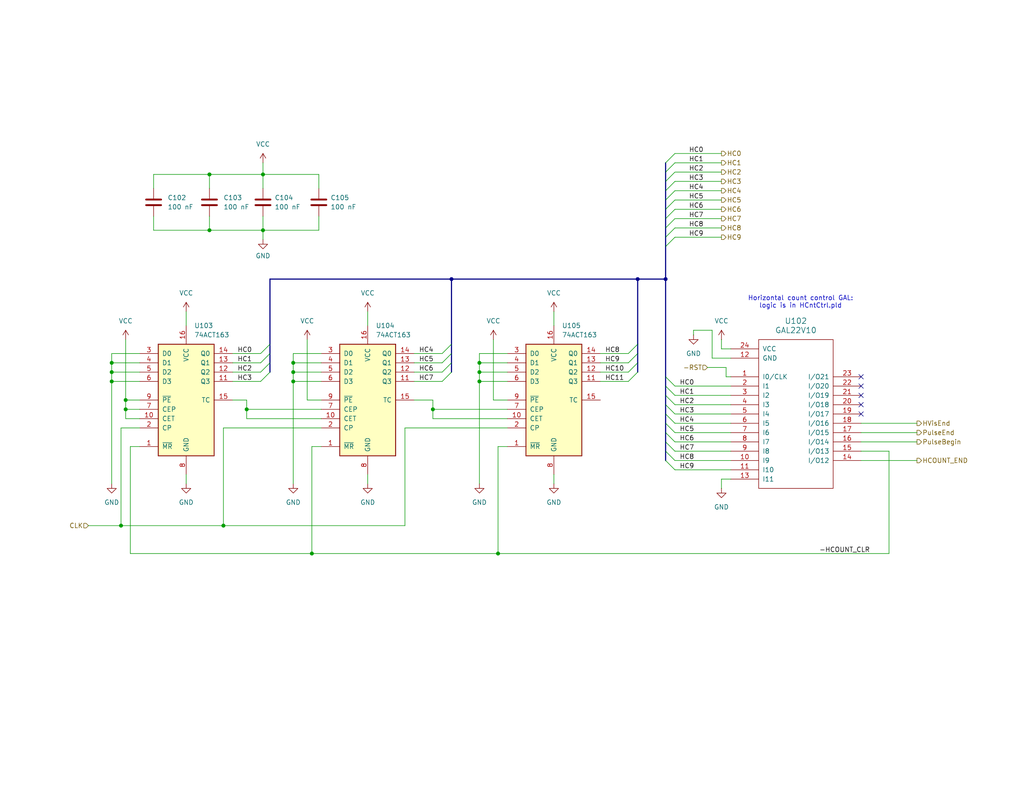
<source format=kicad_sch>
(kicad_sch (version 20231120) (generator "eeschema") (generator_version "8.0")
  (paper "USLetter")
  (title_block (title "Horizontal count") (company "daveho hacks"))
  (lib_symbols
    (symbol "74xx:74LS163" (pin_names (offset 1.016))
      (property "Reference" "U" (at -7.62 16.51 0))
      (property "Value" "74LS163" (at -7.62 -16.51 0))
      (symbol "74LS163_1_0"
        (pin input line (at -12.7 -12.7 0) (length 5.08) (name "~{MR}") (number "1"))
        (pin input line (at -12.7 -5.08 0) (length 5.08) (name "CET") (number "10"))
        (pin output line (at 12.7 5.08 180) (length 5.08) (name "Q3") (number "11"))
        (pin output line (at 12.7 7.62 180) (length 5.08) (name "Q2") (number "12"))
        (pin output line (at 12.7 10.16 180) (length 5.08) (name "Q1") (number "13"))
        (pin output line (at 12.7 12.7 180) (length 5.08) (name "Q0") (number "14"))
        (pin output line (at 12.7 0 180) (length 5.08) (name "TC") (number "15"))
        (pin power_in line (at 0 20.32 270) (length 5.08) (name "VCC") (number "16"))
        (pin input line (at -12.7 -7.62 0) (length 5.08) (name "CP") (number "2"))
        (pin input line (at -12.7 12.7 0) (length 5.08) (name "D0") (number "3"))
        (pin input line (at -12.7 10.16 0) (length 5.08) (name "D1") (number "4"))
        (pin input line (at -12.7 7.62 0) (length 5.08) (name "D2") (number "5"))
        (pin input line (at -12.7 5.08 0) (length 5.08) (name "D3") (number "6"))
        (pin input line (at -12.7 -2.54 0) (length 5.08) (name "CEP") (number "7"))
        (pin power_in line (at 0 -20.32 90) (length 5.08) (name "GND") (number "8"))
        (pin input line (at -12.7 0 0) (length 5.08) (name "~{PE}") (number "9"))
      )
      (symbol "74LS163_1_1"
        (rectangle (start -7.62 15.24) (end 7.62 -15.24) (stroke (width 0.254)) (fill (type background)))
      )
    )
    (symbol "Device:C" (pin_numbers hide) (pin_names (offset 0.254))
      (property "Reference" "C" (at 0.635 2.54 0))
      (property "Value" "C" (at 0.635 -2.54 0))
      (symbol "C_0_1"
        (polyline (pts (xy -2.032 -0.762) (xy 2.032 -0.762)) (stroke (width 0.508)))
        (polyline (pts (xy -2.032 0.762) (xy 2.032 0.762)) (stroke (width 0.508)))
      )
      (symbol "C_1_1"
        (pin passive line (at 0 3.81 270) (length 2.794) (name "~") (number "1"))
        (pin passive line (at 0 -3.81 90) (length 2.794) (name "~") (number "2"))
      )
    )
    (symbol "GND_1" (power) (pin_numbers hide) (pin_names (offset 0) hide)
      (property "Value" "GND" (at 0 -3.81 0))
      (symbol "GND_1_0_1"
        (polyline (pts (xy 0 0) (xy 0 -1.27) (xy 1.27 -1.27) (xy 0 -2.54) (xy -1.27 -1.27) (xy 0 -1.27)))
      )
      (symbol "GND_1_1_1"
        (pin power_in line (at 0 0 270) (length 0) (name "~") (number "1"))
      )
    )
    (symbol "GND_2" (power) (pin_numbers hide) (pin_names (offset 0) hide)
      (property "Value" "GND" (at 0 -3.81 0))
      (symbol "GND_2_0_1"
        (polyline (pts (xy 0 0) (xy 0 -1.27) (xy 1.27 -1.27) (xy 0 -2.54) (xy -1.27 -1.27) (xy 0 -1.27)))
      )
      (symbol "GND_2_1_1"
        (pin power_in line (at 0 0 270) (length 0) (name "~") (number "1"))
      )
    )
    (symbol "VCC_1" (power) (pin_numbers hide) (pin_names (offset 0) hide)
      (property "Value" "VCC" (at 0 3.556 0))
      (symbol "VCC_1_0_1"
        (polyline (pts (xy -0.762 1.27) (xy 0 2.54)))
        (polyline (pts (xy 0 0) (xy 0 2.54)))
        (polyline (pts (xy 0 2.54) (xy 0.762 1.27)))
      )
      (symbol "VCC_1_1_1"
        (pin power_in line (at 0 0 90) (length 0) (name "~") (number "1"))
      )
    )
    (symbol "power:GND" (power) (pin_names (offset 0))
      (property "Value" "GND" (at 0 -3.81 0))
      (symbol "GND_0_1"
        (polyline (pts (xy 0 0) (xy 0 -1.27) (xy 1.27 -1.27) (xy 0 -2.54) (xy -1.27 -1.27) (xy 0 -1.27)))
      )
      (symbol "GND_1_1"
        (pin power_in line (at 0 0 270) (length 0) hide (name "GND") (number "1"))
      )
    )
    (symbol "power:VCC" (power) (pin_names (offset 0))
      (property "Value" "VCC" (at 0 3.81 0))
      (symbol "VCC_0_1"
        (polyline (pts (xy -0.762 1.27) (xy 0 2.54)))
        (polyline (pts (xy 0 0) (xy 0 2.54)))
        (polyline (pts (xy 0 2.54) (xy 0.762 1.27)))
      )
      (symbol "VCC_1_1"
        (pin power_in line (at 0 0 90) (length 0) hide (name "VCC") (number "1"))
      )
    )
    (symbol "ya68k:GAL22V10" (pin_names (offset 1.016))
      (property "Reference" "U" (at -1.27 20.32 0))
      (property "Value" "GAL22V10" (at 0 -24.13 0))
      (symbol "GAL22V10_0_1"
        (rectangle (start -10.16 19.05) (end 10.16 -21.59))
      )
      (symbol "GAL22V10_1_1"
        (pin input line (at -17.78 8.89 0) (length 7.62) (name "I0/CLK") (number "1"))
        (pin input line (at -17.78 -13.97 0) (length 7.62) (name "I9") (number "10"))
        (pin input line (at -17.78 -16.51 0) (length 7.62) (name "I10") (number "11"))
        (pin power_in line (at -17.78 13.97 0) (length 7.62) (name "GND") (number "12"))
        (pin input line (at -17.78 -19.05 0) (length 7.62) (name "I11") (number "13"))
        (pin bidirectional line (at 17.78 -13.97 180) (length 7.62) (name "I/O12") (number "14"))
        (pin bidirectional line (at 17.78 -11.43 180) (length 7.62) (name "I/O13") (number "15"))
        (pin bidirectional line (at 17.78 -8.89 180) (length 7.62) (name "I/O14") (number "16"))
        (pin bidirectional line (at 17.78 -6.35 180) (length 7.62) (name "I/O15") (number "17"))
        (pin bidirectional line (at 17.78 -3.81 180) (length 7.62) (name "I/O16") (number "18"))
        (pin bidirectional line (at 17.78 -1.27 180) (length 7.62) (name "I/O17") (number "19"))
        (pin input line (at -17.78 6.35 0) (length 7.62) (name "I1") (number "2"))
        (pin bidirectional line (at 17.78 1.27 180) (length 7.62) (name "I/O18") (number "20"))
        (pin bidirectional line (at 17.78 3.81 180) (length 7.62) (name "I/O19") (number "21"))
        (pin bidirectional line (at 17.78 6.35 180) (length 7.62) (name "I/O20") (number "22"))
        (pin bidirectional line (at 17.78 8.89 180) (length 7.62) (name "I/O21") (number "23"))
        (pin power_in line (at -17.78 16.51 0) (length 7.62) (name "VCC") (number "24"))
        (pin input line (at -17.78 3.81 0) (length 7.62) (name "I2") (number "3"))
        (pin input line (at -17.78 1.27 0) (length 7.62) (name "I3") (number "4"))
        (pin input line (at -17.78 -1.27 0) (length 7.62) (name "I4") (number "5"))
        (pin input line (at -17.78 -3.81 0) (length 7.62) (name "I5") (number "6"))
        (pin input line (at -17.78 -6.35 0) (length 7.62) (name "I6") (number "7"))
        (pin input line (at -17.78 -8.89 0) (length 7.62) (name "I7") (number "8"))
        (pin input line (at -17.78 -11.43 0) (length 7.62) (name "I8") (number "9"))
      )
    )
  )
  (junction (at 130.81 101.6))
  (junction (at 33.02 143.51))
  (junction (at 173.99 76.2))
  (junction (at 135.89 151.13))
  (junction (at 118.11 111.76))
  (junction (at 34.29 109.22))
  (junction (at 71.755 47.625))
  (junction (at 60.96 143.51))
  (junction (at 80.01 99.06))
  (junction (at 80.01 104.14))
  (junction (at 130.81 104.14))
  (junction (at 130.81 99.06))
  (junction (at 30.48 104.14))
  (junction (at 67.31 111.76))
  (junction (at 80.01 101.6))
  (junction (at 34.29 111.76))
  (junction (at 30.48 101.6))
  (junction (at 30.48 99.06))
  (junction (at 57.15 62.865))
  (junction (at 85.09 151.13))
  (junction (at 57.15 47.625))
  (junction (at 181.61 76.2))
  (junction (at 123.19 76.2))
  (junction (at 71.755 62.865))
  (no_connect (at 234.95 110.49))
  (no_connect (at 234.95 105.41))
  (no_connect (at 234.95 102.87))
  (no_connect (at 234.95 107.95))
  (no_connect (at 234.95 113.03))
  (bus_entry (at 181.61 44.45) (size 2.54 -2.54))
  (bus_entry (at 181.61 64.77) (size 2.54 -2.54))
  (bus_entry (at 171.45 104.14) (size 2.54 -2.54))
  (bus_entry (at 181.61 62.23) (size 2.54 -2.54))
  (bus_entry (at 181.61 52.07) (size 2.54 -2.54))
  (bus_entry (at 181.61 125.73) (size 2.54 2.54))
  (bus_entry (at 171.45 96.52) (size 2.54 -2.54))
  (bus_entry (at 181.61 120.65) (size 2.54 2.54))
  (bus_entry (at 181.61 57.15) (size 2.54 -2.54))
  (bus_entry (at 71.12 96.52) (size 2.54 -2.54))
  (bus_entry (at 171.45 101.6) (size 2.54 -2.54))
  (bus_entry (at 71.12 99.06) (size 2.54 -2.54))
  (bus_entry (at 120.65 101.6) (size 2.54 -2.54))
  (bus_entry (at 181.61 118.11) (size 2.54 2.54))
  (bus_entry (at 181.61 115.57) (size 2.54 2.54))
  (bus_entry (at 181.61 123.19) (size 2.54 2.54))
  (bus_entry (at 181.61 105.41) (size 2.54 2.54))
  (bus_entry (at 181.61 113.03) (size 2.54 2.54))
  (bus_entry (at 71.12 101.6) (size 2.54 -2.54))
  (bus_entry (at 181.61 49.53) (size 2.54 -2.54))
  (bus_entry (at 71.12 104.14) (size 2.54 -2.54))
  (bus_entry (at 120.65 96.52) (size 2.54 -2.54))
  (bus_entry (at 181.61 110.49) (size 2.54 2.54))
  (bus_entry (at 181.61 107.95) (size 2.54 2.54))
  (bus_entry (at 181.61 59.69) (size 2.54 -2.54))
  (bus_entry (at 120.65 99.06) (size 2.54 -2.54))
  (bus_entry (at 181.61 46.99) (size 2.54 -2.54))
  (bus_entry (at 120.65 104.14) (size 2.54 -2.54))
  (bus_entry (at 181.61 54.61) (size 2.54 -2.54))
  (bus_entry (at 171.45 99.06) (size 2.54 -2.54))
  (bus_entry (at 184.15 105.41) (size -2.54 -2.54))
  (bus_entry (at 181.61 67.31) (size 2.54 -2.54))
  (wire (pts (xy 138.43 96.52) (xy 130.81 96.52)))
  (wire (pts (xy 151.13 129.54) (xy 151.13 132.08)))
  (wire (pts (xy 110.49 116.84) (xy 110.49 143.51)))
  (wire (pts (xy 30.48 96.52) (xy 30.48 99.06)))
  (bus (pts (xy 181.61 115.57) (xy 181.61 118.11)))
  (bus (pts (xy 73.66 93.98) (xy 73.66 76.2)))
  (bus (pts (xy 181.61 105.41) (xy 181.61 107.95)))
  (bus (pts (xy 123.19 99.06) (xy 123.19 101.6)))
  (wire (pts (xy 86.995 47.625) (xy 71.755 47.625)))
  (bus (pts (xy 181.61 52.07) (xy 181.61 54.61)))
  (wire (pts (xy 38.1 114.3) (xy 34.29 114.3)))
  (wire (pts (xy 85.09 151.13) (xy 85.09 121.92)))
  (wire (pts (xy 184.15 49.53) (xy 196.85 49.53)))
  (wire (pts (xy 57.15 47.625) (xy 71.755 47.625)))
  (wire (pts (xy 184.15 59.69) (xy 196.85 59.69)))
  (wire (pts (xy 198.12 102.87) (xy 199.39 102.87)))
  (wire (pts (xy 163.83 104.14) (xy 171.45 104.14)))
  (wire (pts (xy 234.95 115.57) (xy 250.19 115.57)))
  (wire (pts (xy 130.81 99.06) (xy 138.43 99.06)))
  (bus (pts (xy 73.66 76.2) (xy 123.19 76.2)))
  (wire (pts (xy 41.91 51.435) (xy 41.91 47.625)))
  (wire (pts (xy 184.15 125.73) (xy 199.39 125.73)))
  (wire (pts (xy 60.96 143.51) (xy 33.02 143.51)))
  (wire (pts (xy 118.11 109.22) (xy 118.11 111.76)))
  (wire (pts (xy 130.81 104.14) (xy 138.43 104.14)))
  (wire (pts (xy 184.15 52.07) (xy 196.85 52.07)))
  (wire (pts (xy 57.15 47.625) (xy 57.15 51.435)))
  (bus (pts (xy 73.66 96.52) (xy 73.66 93.98)))
  (wire (pts (xy 184.15 46.99) (xy 196.85 46.99)))
  (wire (pts (xy 135.89 151.13) (xy 135.89 121.92)))
  (bus (pts (xy 181.61 46.99) (xy 181.61 49.53)))
  (wire (pts (xy 184.15 120.65) (xy 199.39 120.65)))
  (bus (pts (xy 181.61 59.69) (xy 181.61 62.23)))
  (bus (pts (xy 181.61 64.77) (xy 181.61 67.31)))
  (wire (pts (xy 163.83 99.06) (xy 171.45 99.06)))
  (wire (pts (xy 194.31 97.79) (xy 194.31 90.17)))
  (bus (pts (xy 173.99 96.52) (xy 173.99 99.06)))
  (wire (pts (xy 184.15 113.03) (xy 199.39 113.03)))
  (wire (pts (xy 242.57 151.13) (xy 135.89 151.13)))
  (wire (pts (xy 71.755 59.055) (xy 71.755 62.865)))
  (wire (pts (xy 34.29 92.71) (xy 34.29 109.22)))
  (wire (pts (xy 85.09 151.13) (xy 135.89 151.13)))
  (wire (pts (xy 113.03 96.52) (xy 120.65 96.52)))
  (wire (pts (xy 38.1 111.76) (xy 34.29 111.76)))
  (wire (pts (xy 86.995 59.055) (xy 86.995 62.865)))
  (bus (pts (xy 173.99 99.06) (xy 173.99 101.6)))
  (wire (pts (xy 83.82 92.71) (xy 83.82 109.22)))
  (bus (pts (xy 181.61 57.15) (xy 181.61 59.69)))
  (wire (pts (xy 80.01 101.6) (xy 87.63 101.6)))
  (bus (pts (xy 181.61 107.95) (xy 181.61 110.49)))
  (wire (pts (xy 135.89 121.92) (xy 138.43 121.92)))
  (bus (pts (xy 181.61 44.45) (xy 181.61 46.99)))
  (wire (pts (xy 184.15 107.95) (xy 199.39 107.95)))
  (wire (pts (xy 50.8 129.54) (xy 50.8 132.08)))
  (bus (pts (xy 123.19 93.98) (xy 123.19 96.52)))
  (wire (pts (xy 113.03 101.6) (xy 120.65 101.6)))
  (wire (pts (xy 71.755 62.865) (xy 71.755 65.405)))
  (bus (pts (xy 181.61 62.23) (xy 181.61 64.77)))
  (wire (pts (xy 35.56 151.13) (xy 35.56 121.92)))
  (wire (pts (xy 130.81 101.6) (xy 130.81 104.14)))
  (wire (pts (xy 134.62 92.71) (xy 134.62 109.22)))
  (wire (pts (xy 57.15 62.865) (xy 71.755 62.865)))
  (bus (pts (xy 181.61 102.87) (xy 181.61 105.41)))
  (wire (pts (xy 57.15 59.055) (xy 57.15 62.865)))
  (wire (pts (xy 100.33 129.54) (xy 100.33 132.08)))
  (wire (pts (xy 60.96 116.84) (xy 60.96 143.51)))
  (wire (pts (xy 118.11 111.76) (xy 138.43 111.76)))
  (wire (pts (xy 87.63 96.52) (xy 80.01 96.52)))
  (wire (pts (xy 41.91 59.055) (xy 41.91 62.865)))
  (wire (pts (xy 41.91 47.625) (xy 57.15 47.625)))
  (wire (pts (xy 35.56 121.92) (xy 38.1 121.92)))
  (wire (pts (xy 234.95 118.11) (xy 250.19 118.11)))
  (wire (pts (xy 100.33 85.09) (xy 100.33 88.9)))
  (wire (pts (xy 34.29 114.3) (xy 34.29 111.76)))
  (bus (pts (xy 181.61 120.65) (xy 181.61 123.19)))
  (bus (pts (xy 181.61 54.61) (xy 181.61 57.15)))
  (wire (pts (xy 113.03 104.14) (xy 120.65 104.14)))
  (wire (pts (xy 184.15 123.19) (xy 199.39 123.19)))
  (wire (pts (xy 30.48 101.6) (xy 30.48 104.14)))
  (wire (pts (xy 67.31 114.3) (xy 67.31 111.76)))
  (wire (pts (xy 138.43 114.3) (xy 118.11 114.3)))
  (wire (pts (xy 130.81 99.06) (xy 130.81 101.6)))
  (wire (pts (xy 184.15 44.45) (xy 196.85 44.45)))
  (bus (pts (xy 123.19 76.2) (xy 173.99 76.2)))
  (wire (pts (xy 33.02 116.84) (xy 38.1 116.84)))
  (wire (pts (xy 130.81 101.6) (xy 138.43 101.6)))
  (wire (pts (xy 184.15 41.91) (xy 196.85 41.91)))
  (bus (pts (xy 181.61 67.31) (xy 181.61 76.2)))
  (wire (pts (xy 71.755 44.45) (xy 71.755 47.625)))
  (bus (pts (xy 181.61 110.49) (xy 181.61 113.03)))
  (wire (pts (xy 196.85 92.71) (xy 196.85 95.25)))
  (wire (pts (xy 87.63 114.3) (xy 67.31 114.3)))
  (wire (pts (xy 193.04 100.33) (xy 198.12 100.33)))
  (wire (pts (xy 63.5 99.06) (xy 71.12 99.06)))
  (wire (pts (xy 189.23 90.17) (xy 189.23 91.44)))
  (wire (pts (xy 194.31 97.79) (xy 199.39 97.79)))
  (wire (pts (xy 242.57 123.19) (xy 242.57 151.13)))
  (wire (pts (xy 50.8 85.09) (xy 50.8 88.9)))
  (bus (pts (xy 173.99 76.2) (xy 181.61 76.2)))
  (wire (pts (xy 87.63 109.22) (xy 83.82 109.22)))
  (wire (pts (xy 34.29 111.76) (xy 34.29 109.22)))
  (wire (pts (xy 234.95 125.73) (xy 250.19 125.73)))
  (wire (pts (xy 80.01 96.52) (xy 80.01 99.06)))
  (wire (pts (xy 67.31 111.76) (xy 87.63 111.76)))
  (wire (pts (xy 184.15 118.11) (xy 199.39 118.11)))
  (wire (pts (xy 118.11 114.3) (xy 118.11 111.76)))
  (wire (pts (xy 199.39 95.25) (xy 196.85 95.25)))
  (wire (pts (xy 184.15 62.23) (xy 196.85 62.23)))
  (wire (pts (xy 196.85 130.81) (xy 196.85 133.35)))
  (bus (pts (xy 123.19 96.52) (xy 123.19 99.06)))
  (wire (pts (xy 163.83 96.52) (xy 171.45 96.52)))
  (wire (pts (xy 35.56 151.13) (xy 85.09 151.13)))
  (wire (pts (xy 234.95 123.19) (xy 242.57 123.19)))
  (wire (pts (xy 130.81 104.14) (xy 130.81 132.08)))
  (wire (pts (xy 110.49 143.51) (xy 60.96 143.51)))
  (wire (pts (xy 113.03 99.06) (xy 120.65 99.06)))
  (wire (pts (xy 67.31 109.22) (xy 67.31 111.76)))
  (wire (pts (xy 38.1 109.22) (xy 34.29 109.22)))
  (wire (pts (xy 199.39 130.81) (xy 196.85 130.81)))
  (wire (pts (xy 30.48 99.06) (xy 38.1 99.06)))
  (bus (pts (xy 173.99 76.2) (xy 173.99 93.98)))
  (bus (pts (xy 173.99 93.98) (xy 173.99 96.52)))
  (wire (pts (xy 30.48 104.14) (xy 38.1 104.14)))
  (wire (pts (xy 151.13 85.09) (xy 151.13 88.9)))
  (wire (pts (xy 138.43 116.84) (xy 110.49 116.84)))
  (wire (pts (xy 63.5 96.52) (xy 71.12 96.52)))
  (wire (pts (xy 86.995 51.435) (xy 86.995 47.625)))
  (wire (pts (xy 41.91 62.865) (xy 57.15 62.865)))
  (wire (pts (xy 184.15 64.77) (xy 196.85 64.77)))
  (wire (pts (xy 87.63 116.84) (xy 60.96 116.84)))
  (bus (pts (xy 123.19 76.2) (xy 123.19 93.98)))
  (wire (pts (xy 198.12 100.33) (xy 198.12 102.87)))
  (wire (pts (xy 63.5 101.6) (xy 71.12 101.6)))
  (wire (pts (xy 184.15 115.57) (xy 199.39 115.57)))
  (wire (pts (xy 63.5 104.14) (xy 71.12 104.14)))
  (wire (pts (xy 184.15 54.61) (xy 196.85 54.61)))
  (wire (pts (xy 38.1 96.52) (xy 30.48 96.52)))
  (wire (pts (xy 163.83 101.6) (xy 171.45 101.6)))
  (wire (pts (xy 80.01 101.6) (xy 80.01 104.14)))
  (wire (pts (xy 113.03 109.22) (xy 118.11 109.22)))
  (bus (pts (xy 73.66 99.06) (xy 73.66 96.52)))
  (bus (pts (xy 181.61 118.11) (xy 181.61 120.65)))
  (wire (pts (xy 86.995 62.865) (xy 71.755 62.865)))
  (wire (pts (xy 85.09 121.92) (xy 87.63 121.92)))
  (wire (pts (xy 33.02 143.51) (xy 33.02 116.84)))
  (bus (pts (xy 181.61 76.2) (xy 181.61 102.87)))
  (wire (pts (xy 234.95 120.65) (xy 250.19 120.65)))
  (wire (pts (xy 80.01 104.14) (xy 80.01 132.08)))
  (wire (pts (xy 30.48 99.06) (xy 30.48 101.6)))
  (wire (pts (xy 80.01 104.14) (xy 87.63 104.14)))
  (wire (pts (xy 80.01 99.06) (xy 80.01 101.6)))
  (wire (pts (xy 30.48 104.14) (xy 30.48 132.08)))
  (bus (pts (xy 181.61 49.53) (xy 181.61 52.07)))
  (wire (pts (xy 30.48 101.6) (xy 38.1 101.6)))
  (wire (pts (xy 63.5 109.22) (xy 67.31 109.22)))
  (wire (pts (xy 71.755 47.625) (xy 71.755 51.435)))
  (bus (pts (xy 73.66 101.6) (xy 73.66 99.06)))
  (wire (pts (xy 24.13 143.51) (xy 33.02 143.51)))
  (wire (pts (xy 80.01 99.06) (xy 87.63 99.06)))
  (wire (pts (xy 184.15 128.27) (xy 199.39 128.27)))
  (wire (pts (xy 138.43 109.22) (xy 134.62 109.22)))
  (wire (pts (xy 194.31 90.17) (xy 189.23 90.17)))
  (wire (pts (xy 184.15 57.15) (xy 196.85 57.15)))
  (wire (pts (xy 184.15 105.41) (xy 199.39 105.41)))
  (wire (pts (xy 130.81 96.52) (xy 130.81 99.06)))
  (bus (pts (xy 181.61 113.03) (xy 181.61 115.57)))
  (wire (pts (xy 184.15 110.49) (xy 199.39 110.49)))
  (bus (pts (xy 181.61 123.19) (xy 181.61 125.73)))
  (text "Horizontal count control GAL:\nlogic is in HCntCtrl.pld" (at 218.44 82.55 0) (effects (font (size 1.27 1.27))))
  (label "HC1" (at 185.42 107.95 0))
  (label "HC9" (at 185.42 128.27 0))
  (label "HC4" (at 114.3 96.52 0))
  (label "HC2" (at 64.77 101.6 0))
  (label "HC7" (at 114.3 104.14 0))
  (label "HC6" (at 187.96 57.15 0))
  (label "HC6" (at 114.3 101.6 0))
  (label "HC6" (at 185.42 120.65 0))
  (label "HC0" (at 187.96 41.91 0))
  (label "HC7" (at 187.96 59.69 0))
  (label "HC10" (at 165.1 101.6 0))
  (label "HC4" (at 185.42 115.57 0))
  (label "HC1" (at 187.96 44.45 0))
  (label "HC8" (at 165.1 96.52 0))
  (label "HC0" (at 185.42 105.41 0))
  (label "HC3" (at 185.42 113.03 0))
  (label "HC2" (at 187.96 46.99 0))
  (label "HC11" (at 165.1 104.14 0))
  (label "HC1" (at 64.77 99.06 0))
  (label "HC0" (at 64.77 96.52 0))
  (label "HC4" (at 187.96 52.07 0))
  (label "HC5" (at 185.42 118.11 0))
  (label "HC2" (at 185.42 110.49 0))
  (label "HC9" (at 187.96 64.77 0))
  (label "HC8" (at 187.96 62.23 0))
  (label "HC9" (at 165.1 99.06 0))
  (label "HC3" (at 64.77 104.14 0))
  (label "HC5" (at 187.96 54.61 0))
  (label "HC7" (at 185.42 123.19 0))
  (label "-HCOUNT_CLR" (at 223.52 151.13 0))
  (label "HC3" (at 187.96 49.53 0))
  (label "HC8" (at 185.42 125.73 0))
  (label "HC5" (at 114.3 99.06 0))
  (hierarchical_label "HC3" (shape output) (at 196.85 49.53 0))
  (hierarchical_label "HC2" (shape output) (at 196.85 46.99 0))
  (hierarchical_label "HC6" (shape output) (at 196.85 57.15 0))
  (hierarchical_label "HC7" (shape output) (at 196.85 59.69 0))
  (hierarchical_label "-RST" (shape input) (at 193.04 100.33 180))
  (hierarchical_label "HC4" (shape output) (at 196.85 52.07 0))
  (hierarchical_label "CLK" (shape input) (at 24.13 143.51 180))
  (hierarchical_label "HC9" (shape output) (at 196.85 64.77 0))
  (hierarchical_label "HC5" (shape output) (at 196.85 54.61 0))
  (hierarchical_label "HC8" (shape output) (at 196.85 62.23 0))
  (hierarchical_label "HC0" (shape output) (at 196.85 41.91 0))
  (hierarchical_label "HVisEnd" (shape output) (at 250.19 115.57 0))
  (hierarchical_label "HCOUNT_END" (shape output) (at 250.19 125.73 0))
  (hierarchical_label "PulseBegin" (shape output) (at 250.19 120.65 0))
  (hierarchical_label "HC1" (shape output) (at 196.85 44.45 0))
  (hierarchical_label "PulseEnd" (shape output) (at 250.19 118.11 0))
  (symbol (lib_id "Device:C") (at 71.755 55.245 0) (unit 1)
    (property "Reference" "C104" (at 74.93 53.975 0) (effects (justify left)))
    (property "Value" "100 nF" (at 74.93 56.515 0) (effects (justify left)))
  )
  (symbol (lib_name "VCC_1") (lib_id "power:VCC") (at 196.85 92.71 0) (unit 1)
    (property "Reference" "#PWR03" (effects (hide yes)))
    (property "Value" "VCC" (at 196.85 87.63 0))
    (property "Description" "Power symbol creates a global label with name \"VCC\"" (effects (hide yes)))
  )
  (symbol (lib_id "power:VCC") (at 151.13 85.09 0) (unit 1)
    (property "Reference" "#PWR015" (effects (hide yes)))
    (property "Value" "VCC" (at 151.13 80.01 0))
  )
  (symbol (lib_id "power:VCC") (at 83.82 92.71 0) (unit 1)
    (property "Reference" "#PWR010" (effects (hide yes)))
    (property "Value" "VCC" (at 83.82 87.63 0))
  )
  (symbol (lib_id "Device:C") (at 57.15 55.245 0) (unit 1)
    (property "Reference" "C103" (at 60.96 53.975 0) (effects (justify left)))
    (property "Value" "100 nF" (at 60.96 56.515 0) (effects (justify left)))
  )
  (symbol (lib_id "power:GND") (at 30.48 132.08 0) (unit 1)
    (property "Reference" "#PWR05" (effects (hide yes)))
    (property "Value" "GND" (at 30.48 137.16 0))
  )
  (symbol (lib_id "74xx:74LS163") (at 50.8 109.22 0) (unit 1)
    (property "Reference" "U103" (at 52.9941 88.9 0) (effects (justify left)))
    (property "Value" "74ACT163" (at 52.9941 91.44 0) (effects (justify left)))
    (property "Datasheet" "http://www.ti.com/lit/gpn/sn74LS163" (effects (hide yes)))
  )
  (symbol (lib_id "power:GND") (at 80.01 132.08 0) (unit 1)
    (property "Reference" "#PWR09" (effects (hide yes)))
    (property "Value" "GND" (at 80.01 137.16 0))
  )
  (symbol (lib_id "ya68k:GAL22V10") (at 217.17 111.76 0) (unit 1)
    (property "Reference" "U102" (at 217.17 87.63 0) (effects (font (size 1.524 1.524))))
    (property "Value" "GAL22V10" (at 217.17 90.17 0) (effects (font (size 1.524 1.524))))
  )
  (symbol (lib_name "GND_2") (lib_id "power:GND") (at 196.85 133.35 0) (unit 1)
    (property "Reference" "#PWR017" (effects (hide yes)))
    (property "Value" "GND" (at 196.85 138.43 0))
    (property "Description" "Power symbol creates a global label with name \"GND\" , ground" (effects (hide yes)))
  )
  (symbol (lib_id "74xx:74LS163") (at 151.13 109.22 0) (unit 1)
    (property "Reference" "U105" (at 153.3241 88.9 0) (effects (justify left)))
    (property "Value" "74ACT163" (at 153.3241 91.44 0) (effects (justify left)))
    (property "Datasheet" "http://www.ti.com/lit/gpn/sn74LS163" (effects (hide yes)))
  )
  (symbol (lib_id "power:VCC") (at 34.29 92.71 0) (unit 1)
    (property "Reference" "#PWR06" (effects (hide yes)))
    (property "Value" "VCC" (at 34.29 87.63 0))
  )
  (symbol (lib_id "power:GND") (at 151.13 132.08 0) (unit 1)
    (property "Reference" "#PWR016" (effects (hide yes)))
    (property "Value" "GND" (at 151.13 137.16 0))
  )
  (symbol (lib_id "Device:C") (at 86.995 55.245 0) (unit 1)
    (property "Reference" "C105" (at 90.17 53.975 0) (effects (justify left)))
    (property "Value" "100 nF" (at 90.17 56.515 0) (effects (justify left)))
  )
  (symbol (lib_id "power:GND") (at 50.8 132.08 0) (unit 1)
    (property "Reference" "#PWR08" (effects (hide yes)))
    (property "Value" "GND" (at 50.8 137.16 0))
  )
  (symbol (lib_id "74xx:74LS163") (at 100.33 109.22 0) (unit 1)
    (property "Reference" "U104" (at 102.5241 88.9 0) (effects (justify left)))
    (property "Value" "74ACT163" (at 102.5241 91.44 0) (effects (justify left)))
    (property "Datasheet" "http://www.ti.com/lit/gpn/sn74LS163" (effects (hide yes)))
  )
  (symbol (lib_id "power:GND") (at 71.755 65.405 0) (unit 1)
    (property "Reference" "#PWR023" (effects (hide yes)))
    (property "Value" "GND" (at 71.755 69.85 0))
  )
  (symbol (lib_name "GND_1") (lib_id "power:GND") (at 189.23 91.44 0) (unit 1)
    (property "Reference" "#PWR04" (effects (hide yes)))
    (property "Value" "GND" (at 189.23 96.52 0))
    (property "Description" "Power symbol creates a global label with name \"GND\" , ground" (effects (hide yes)))
  )
  (symbol (lib_id "power:VCC") (at 100.33 85.09 0) (unit 1)
    (property "Reference" "#PWR011" (effects (hide yes)))
    (property "Value" "VCC" (at 100.33 80.01 0))
  )
  (symbol (lib_id "power:GND") (at 100.33 132.08 0) (unit 1)
    (property "Reference" "#PWR012" (effects (hide yes)))
    (property "Value" "GND" (at 100.33 137.16 0))
  )
  (symbol (lib_id "power:VCC") (at 50.8 85.09 0) (unit 1)
    (property "Reference" "#PWR07" (effects (hide yes)))
    (property "Value" "VCC" (at 50.8 80.01 0))
  )
  (symbol (lib_id "power:VCC") (at 134.62 92.71 0) (unit 1)
    (property "Reference" "#PWR014" (effects (hide yes)))
    (property "Value" "VCC" (at 134.62 87.63 0))
  )
  (symbol (lib_id "Device:C") (at 41.91 55.245 0) (unit 1)
    (property "Reference" "C102" (at 45.72 53.975 0) (effects (justify left)))
    (property "Value" "100 nF" (at 45.72 56.515 0) (effects (justify left)))
  )
  (symbol (lib_id "power:GND") (at 130.81 132.08 0) (unit 1)
    (property "Reference" "#PWR013" (effects (hide yes)))
    (property "Value" "GND" (at 130.81 137.16 0))
  )
  (symbol (lib_id "power:VCC") (at 71.755 44.45 0) (unit 1)
    (property "Reference" "#PWR022" (effects (hide yes)))
    (property "Value" "VCC" (at 71.755 39.37 0))
  )
)
</source>
